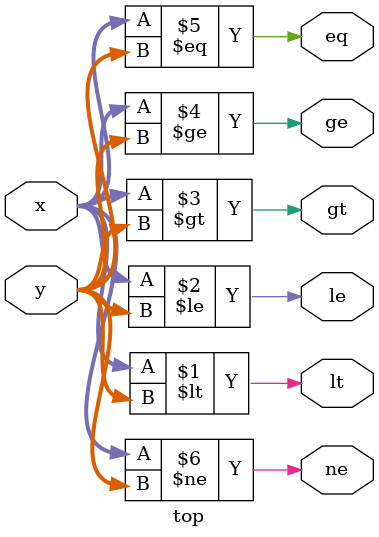
<source format=v>
module top
(
    input [4:0] x,
    input [4:0] y,

    output lt,
    output le,
    output gt,
    output ge,
    output eq,
    output ne
);

    assign lt = x < y;
    assign le = x <= y;
    assign gt = x > y;
    assign ge = x >= y;
    assign eq = x == y;
    assign ne = x != y;
endmodule

</source>
